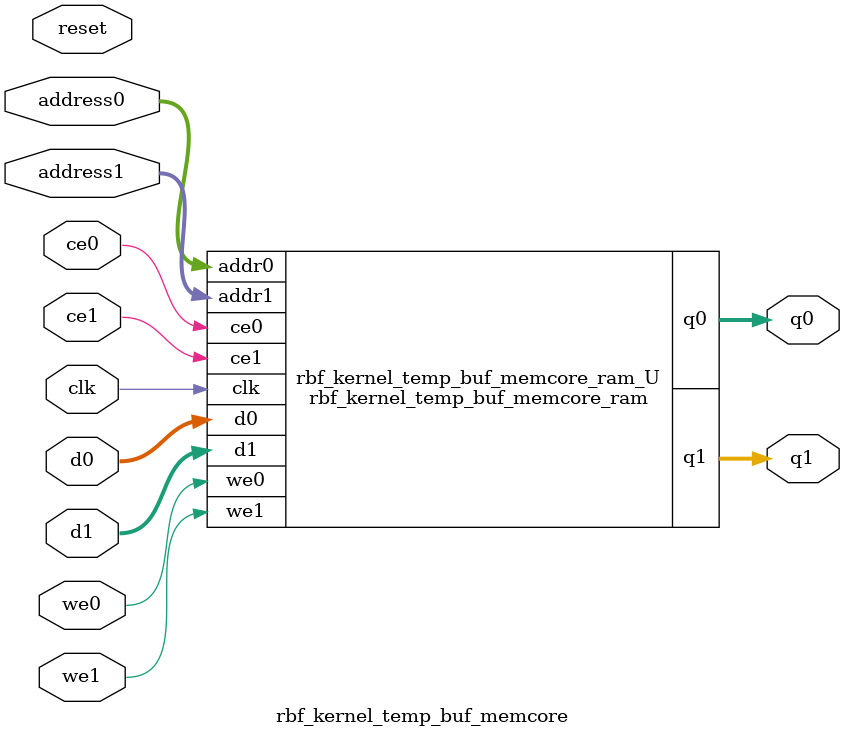
<source format=v>

`timescale 1 ns / 1 ps
module rbf_kernel_temp_buf_memcore_ram (addr0, ce0, d0, we0, q0, addr1, ce1, d1, we1, q1,  clk);

parameter DWIDTH = 32;
parameter AWIDTH = 10;
parameter MEM_SIZE = 784;

input[AWIDTH-1:0] addr0;
input ce0;
input[DWIDTH-1:0] d0;
input we0;
output reg[DWIDTH-1:0] q0;
input[AWIDTH-1:0] addr1;
input ce1;
input[DWIDTH-1:0] d1;
input we1;
output reg[DWIDTH-1:0] q1;
input clk;

(* ram_style = "block" *)reg [DWIDTH-1:0] ram[0:MEM_SIZE-1];




always @(posedge clk)  
begin 
    if (ce0) 
    begin
        if (we0) 
        begin 
            ram[addr0] <= d0; 
            q0 <= d0;
        end 
        else 
            q0 <= ram[addr0];
    end
end


always @(posedge clk)  
begin 
    if (ce1) 
    begin
        if (we1) 
        begin 
            ram[addr1] <= d1; 
            q1 <= d1;
        end 
        else 
            q1 <= ram[addr1];
    end
end


endmodule


`timescale 1 ns / 1 ps
module rbf_kernel_temp_buf_memcore(
    reset,
    clk,
    address0,
    ce0,
    we0,
    d0,
    q0,
    address1,
    ce1,
    we1,
    d1,
    q1);

parameter DataWidth = 32'd32;
parameter AddressRange = 32'd784;
parameter AddressWidth = 32'd10;
input reset;
input clk;
input[AddressWidth - 1:0] address0;
input ce0;
input we0;
input[DataWidth - 1:0] d0;
output[DataWidth - 1:0] q0;
input[AddressWidth - 1:0] address1;
input ce1;
input we1;
input[DataWidth - 1:0] d1;
output[DataWidth - 1:0] q1;



rbf_kernel_temp_buf_memcore_ram rbf_kernel_temp_buf_memcore_ram_U(
    .clk( clk ),
    .addr0( address0 ),
    .ce0( ce0 ),
    .we0( we0 ),
    .d0( d0 ),
    .q0( q0 ),
    .addr1( address1 ),
    .ce1( ce1 ),
    .we1( we1 ),
    .d1( d1 ),
    .q1( q1 ));

endmodule


</source>
